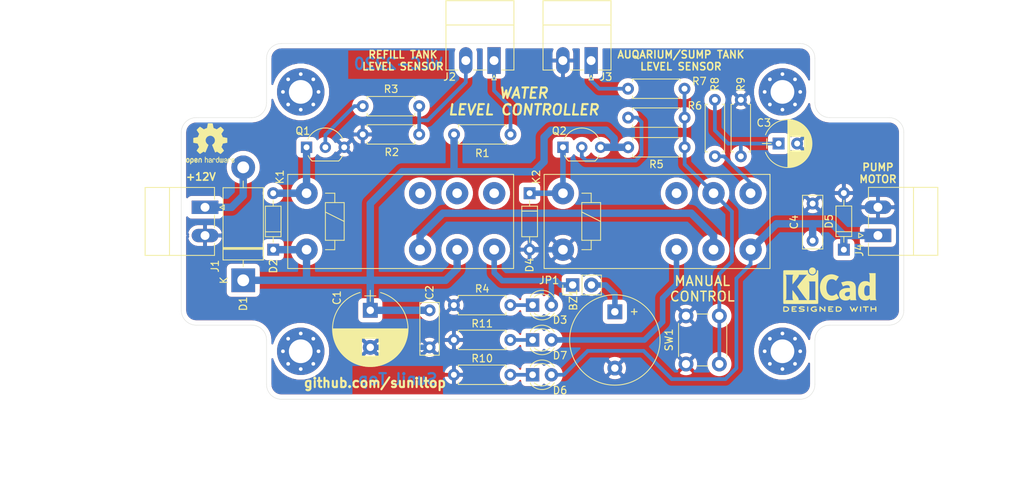
<source format=kicad_pcb>
(kicad_pcb (version 20171130) (host pcbnew "(5.1.5)-3")
  (layers (0 F.Cu signal hide) (31 B.Cu signal) (34 B.Paste user) (35 F.Paste user) (36 B.SilkS user) (37 F.SilkS user) (38 B.Mask user) (39 F.Mask user) (44 Edge.Cuts user))
  (net 0 "")
  (net 1 "Net-(BZ1-Pad1)")
  (net 2 GND)
  (net 3 +12V)
  (net 4 "Net-(C3-Pad1)")
  (net 5 "Net-(D1-Pad2)")
  (net 6 "Net-(D2-Pad2)")
  (net 7 "Net-(D3-Pad1)")
  (net 8 "Net-(D4-Pad1)")
  (net 9 "Net-(D6-Pad1)")
  (net 10 "Net-(D7-Pad1)")
  (net 11 "Net-(D7-Pad2)")
  (net 12 "Net-(J2-Pad2)")
  (net 13 "Net-(J2-Pad1)")
  (net 14 "Net-(J3-Pad1)")
  (net 15 CONTROL)
  (net 16 "Net-(Q1-Pad2)")
  (net 17 "Net-(Q2-Pad2)")
  (net 18 "Net-(K1-Pad22)")
  (net 19 "Net-(K2-Pad14)")
  (net 20 "Net-(K1-Pad14)")
  (net 21 "Net-(K1-Pad12)")
  (net 22 "Net-(K1-Pad11)")
  (net 23 "Net-(K2-Pad12)")
  (net 24 "Net-(C4-Pad1)")
  (net 25 "Net-(D3-Pad2)")
  (module Mounting_Holes:MountingHole_3.2mm_M3_Pad_Via (layer F.Cu) (at 182.615 117.53)
    (fp_text reference "" (at 0 -4.2) (layer F.SilkS))
    (fp_text value MountingHole_3.2mm_M3_Pad_Via)
    (pad 1 thru_hole circle (at 1.697056 -1.697056) (size 0.8 0.8) (drill 0.5) (layers *.Cu *.Mask))
    (pad 1 thru_hole circle (at 0 -2.4) (size 0.8 0.8) (drill 0.5) (layers *.Cu *.Mask))
    (pad 1 thru_hole circle (at -1.697056 -1.697056) (size 0.8 0.8) (drill 0.5) (layers *.Cu *.Mask))
    (pad 1 thru_hole circle (at -2.4 0) (size 0.8 0.8) (drill 0.5) (layers *.Cu *.Mask))
    (pad 1 thru_hole circle (at -1.697056 1.697056) (size 0.8 0.8) (drill 0.5) (layers *.Cu *.Mask))
    (pad 1 thru_hole circle (at 0 2.4) (size 0.8 0.8) (drill 0.5) (layers *.Cu *.Mask))
    (pad 1 thru_hole circle (at 1.697056 1.697056) (size 0.8 0.8) (drill 0.5) (layers *.Cu *.Mask))
    (pad 1 thru_hole circle (at 2.4 0) (size 0.8 0.8) (drill 0.5) (layers *.Cu *.Mask))
    (pad 1 thru_hole circle (at 0 0) (size 6.4 6.4) (drill 3.2) (layers *.Cu *.Mask))
  )
  (module Mounting_Holes:MountingHole_3.2mm_M3_Pad_Via (layer F.Cu) (at 117.615 82.53)
    (fp_text reference "" (at 0 -4.2) (layer F.SilkS))
    (fp_text value MountingHole_3.2mm_M3_Pad_Via)
    (pad 1 thru_hole circle (at 0 0) (size 6.4 6.4) (drill 3.2) (layers *.Cu *.Mask))
    (pad 1 thru_hole circle (at 2.4 0) (size 0.8 0.8) (drill 0.5) (layers *.Cu *.Mask))
    (pad 1 thru_hole circle (at 1.697056 1.697056) (size 0.8 0.8) (drill 0.5) (layers *.Cu *.Mask))
    (pad 1 thru_hole circle (at 0 2.4) (size 0.8 0.8) (drill 0.5) (layers *.Cu *.Mask))
    (pad 1 thru_hole circle (at -1.697056 1.697056) (size 0.8 0.8) (drill 0.5) (layers *.Cu *.Mask))
    (pad 1 thru_hole circle (at -2.4 0) (size 0.8 0.8) (drill 0.5) (layers *.Cu *.Mask))
    (pad 1 thru_hole circle (at -1.697056 -1.697056) (size 0.8 0.8) (drill 0.5) (layers *.Cu *.Mask))
    (pad 1 thru_hole circle (at 0 -2.4) (size 0.8 0.8) (drill 0.5) (layers *.Cu *.Mask))
    (pad 1 thru_hole circle (at 1.697056 -1.697056) (size 0.8 0.8) (drill 0.5) (layers *.Cu *.Mask))
  )
  (module Mounting_Holes:MountingHole_3.2mm_M3_Pad_Via (layer F.Cu) (at 117.615 117.53)
    (fp_text reference "" (at 0 -4.2) (layer F.SilkS))
    (fp_text value MountingHole_3.2mm_M3_Pad_Via)
    (pad 1 thru_hole circle (at 0 0) (size 6.4 6.4) (drill 3.2) (layers *.Cu *.Mask))
    (pad 1 thru_hole circle (at 2.4 0) (size 0.8 0.8) (drill 0.5) (layers *.Cu *.Mask))
    (pad 1 thru_hole circle (at 1.697056 1.697056) (size 0.8 0.8) (drill 0.5) (layers *.Cu *.Mask))
    (pad 1 thru_hole circle (at 0 2.4) (size 0.8 0.8) (drill 0.5) (layers *.Cu *.Mask))
    (pad 1 thru_hole circle (at -1.697056 1.697056) (size 0.8 0.8) (drill 0.5) (layers *.Cu *.Mask))
    (pad 1 thru_hole circle (at -2.4 0) (size 0.8 0.8) (drill 0.5) (layers *.Cu *.Mask))
    (pad 1 thru_hole circle (at -1.697056 -1.697056) (size 0.8 0.8) (drill 0.5) (layers *.Cu *.Mask))
    (pad 1 thru_hole circle (at 0 -2.4) (size 0.8 0.8) (drill 0.5) (layers *.Cu *.Mask))
    (pad 1 thru_hole circle (at 1.697056 -1.697056) (size 0.8 0.8) (drill 0.5) (layers *.Cu *.Mask))
  )
  (module Mounting_Holes:MountingHole_3.2mm_M3_Pad_Via (layer F.Cu) (at 182.615 82.53)
    (fp_text reference "" (at 0 -4.2) (layer F.SilkS))
    (fp_text value MountingHole_3.2mm_M3_Pad_Via)
    (pad 1 thru_hole circle (at 1.697056 -1.697056) (size 0.8 0.8) (drill 0.5) (layers *.Cu *.Mask))
    (pad 1 thru_hole circle (at 0 -2.4) (size 0.8 0.8) (drill 0.5) (layers *.Cu *.Mask))
    (pad 1 thru_hole circle (at -1.697056 -1.697056) (size 0.8 0.8) (drill 0.5) (layers *.Cu *.Mask))
    (pad 1 thru_hole circle (at -2.4 0) (size 0.8 0.8) (drill 0.5) (layers *.Cu *.Mask))
    (pad 1 thru_hole circle (at -1.697056 1.697056) (size 0.8 0.8) (drill 0.5) (layers *.Cu *.Mask))
    (pad 1 thru_hole circle (at 0 2.4) (size 0.8 0.8) (drill 0.5) (layers *.Cu *.Mask))
    (pad 1 thru_hole circle (at 1.697056 1.697056) (size 0.8 0.8) (drill 0.5) (layers *.Cu *.Mask))
    (pad 1 thru_hole circle (at 2.4 0) (size 0.8 0.8) (drill 0.5) (layers *.Cu *.Mask))
    (pad 1 thru_hole circle (at 0 0) (size 6.4 6.4) (drill 3.2) (layers *.Cu *.Mask))
  )
  (module Symbols:OSHW-Logo2_7.3x6mm_SilkScreen (layer F.Cu) (at 105.41 89.535)
    (fp_text reference REF*** hide)
    (fp_text value OSHW-Logo2_7.3x6mm_SilkScreen hide)
  )
  (module Resistors_THT:R_Axial_DIN0207_L6.3mm_D2.5mm_P7.62mm_Horizontal (layer F.Cu) (at 169.4 82.1 180)
    (fp_text reference R7 (at -2 1) (layer F.SilkS))
    (fp_text value 0R)
    (pad 2 thru_hole oval (at 7.62 0 180) (size 1.6 1.6) (drill 0.8) (layers *.Cu *.Mask) (net 14 "Net-(J3-Pad1)"))
    (pad 1 thru_hole circle (at 0 0 180) (size 1.6 1.6) (drill 0.8) (layers *.Cu *.Mask) (net 15 CONTROL))
  )
  (module Relays_THT:Relay_DPDT_Finder_40.52 (layer F.Cu) (at 153 96.2)
    (fp_text reference K2 (at -3.6 -2.2 90) (layer F.SilkS))
    (fp_text value FINDER-40.52.9.012)
    (pad 14 thru_hole circle (at 25.32 0) (size 3 3) (drill 1.3) (layers *.Cu *.Mask) (net 19 "Net-(K2-Pad14)"))
    (pad 21 thru_hole circle (at 20.32 7.62) (size 3 3) (drill 1.3) (layers *.Cu *.Mask) (net 18 "Net-(K1-Pad22)"))
    (pad 12 thru_hole circle (at 15.32 0) (size 3 3) (drill 1.3) (layers *.Cu *.Mask) (net 23 "Net-(K2-Pad12)"))
    (pad 22 thru_hole circle (at 15.32 7.62) (size 3 3) (drill 1.3) (layers *.Cu *.Mask) (net 11 "Net-(D7-Pad2)"))
    (pad 24 thru_hole circle (at 25.32 7.62) (size 3 3) (drill 1.3) (layers *.Cu *.Mask) (net 24 "Net-(C4-Pad1)"))
    (pad 11 thru_hole circle (at 20.32 0) (size 3 3) (drill 1.3) (layers *.Cu *.Mask) (net 15 CONTROL))
    (pad A2 thru_hole circle (at 0 7.62) (size 3 3) (drill 1.3) (layers *.Cu *.Mask) (net 2 GND))
    (pad A1 thru_hole circle (at 0 0) (size 3 3) (drill 1.3) (layers *.Cu *.Mask) (net 8 "Net-(D4-Pad1)"))
  )
  (module Symbols:KiCad-Logo2_6mm_SilkScreen (layer F.Cu) (at 189 109.2)
    (fp_text reference REF*** hide)
    (fp_text value KiCad-Logo2_6mm_SilkScreen hide)
  )
  (module Connectors_Phoenix:PhoenixContact_MC-G_02x3.81mm_Angled (layer F.Cu) (at 195.5 101.9 90)
    (fp_text reference J4 (at -2 -2.5 90) (layer F.SilkS))
    (fp_text value Screw_Terminal_01x02)
    (pad 1 thru_hole rect (at 0 0 90) (size 1.8 3.6) (drill 1.2) (layers *.Cu *.Mask) (net 24 "Net-(C4-Pad1)"))
    (pad 2 thru_hole oval (at 3.81 0 90) (size 1.8 3.6) (drill 1.2) (layers *.Cu *.Mask) (net 2 GND))
  )
  (module Connectors_Phoenix:PhoenixContact_MC-G_02x3.81mm_Angled (layer F.Cu) (at 156.8 78.3 180)
    (fp_text reference J3 (at -2 -2.2) (layer F.SilkS))
    (fp_text value Screw_Terminal_01x02)
    (pad 1 thru_hole rect (at 0 0 180) (size 1.8 3.6) (drill 1.2) (layers *.Cu *.Mask) (net 14 "Net-(J3-Pad1)"))
    (pad 2 thru_hole oval (at 3.81 0 180) (size 1.8 3.6) (drill 1.2) (layers *.Cu *.Mask) (net 2 GND))
  )
  (module Connectors_Phoenix:PhoenixContact_MC-G_02x3.81mm_Angled (layer F.Cu) (at 143.7 78.3 180)
    (fp_text reference J2 (at 6 -2.2) (layer F.SilkS))
    (fp_text value Screw_Terminal_01x02)
    (pad 1 thru_hole rect (at 0 0 180) (size 1.8 3.6) (drill 1.2) (layers *.Cu *.Mask) (net 13 "Net-(J2-Pad1)"))
    (pad 2 thru_hole oval (at 3.81 0 180) (size 1.8 3.6) (drill 1.2) (layers *.Cu *.Mask) (net 12 "Net-(J2-Pad2)"))
  )
  (module Connectors_Phoenix:PhoenixContact_MC-G_02x3.81mm_Angled (layer F.Cu) (at 104.7 98.1 270)
    (fp_text reference J1 (at 7.945 -1.345 90) (layer F.SilkS))
    (fp_text value Screw_Terminal_01x02)
    (pad 1 thru_hole rect (at 0 0 270) (size 1.8 3.6) (drill 1.2) (layers *.Cu *.Mask) (net 5 "Net-(D1-Pad2)"))
    (pad 2 thru_hole oval (at 3.81 0 270) (size 1.8 3.6) (drill 1.2) (layers *.Cu *.Mask) (net 2 GND))
  )
  (module Capacitors_THT:CP_Radial_D10.0mm_P5.00mm (layer F.Cu) (at 127 112 270)
    (fp_text reference C1 (at -1.7 4.5 90) (layer F.SilkS))
    (fp_text value 1000µF)
    (pad 2 thru_hole circle (at 5 0 270) (size 2 2) (drill 1) (layers *.Cu *.Mask) (net 2 GND))
    (pad 1 thru_hole rect (at 0 0 270) (size 2 2) (drill 1) (layers *.Cu *.Mask) (net 3 +12V))
  )
  (module Capacitors_THT:C_Rect_L7.0mm_W2.5mm_P5.00mm (layer F.Cu) (at 135 112 270)
    (fp_text reference C2 (at -2.4 0 90) (layer F.SilkS))
    (fp_text value 100nF)
    (pad 2 thru_hole circle (at 5 0 270) (size 1.6 1.6) (drill 0.8) (layers *.Cu *.Mask) (net 2 GND))
    (pad 1 thru_hole circle (at 0 0 270) (size 1.6 1.6) (drill 0.8) (layers *.Cu *.Mask) (net 3 +12V))
  )
  (module Capacitors_THT:CP_Radial_D6.3mm_P2.50mm (layer F.Cu) (at 182.1 89.5)
    (fp_text reference C3 (at -2 -2.8) (layer F.SilkS))
    (fp_text value 47µF)
    (pad 2 thru_hole circle (at 2.5 0) (size 1.6 1.6) (drill 0.8) (layers *.Cu *.Mask) (net 2 GND))
    (pad 1 thru_hole rect (at 0 0) (size 1.6 1.6) (drill 0.8) (layers *.Cu *.Mask) (net 4 "Net-(C3-Pad1)"))
  )
  (module Diodes_THT:D_DO-35_SOD27_P7.62mm_Horizontal (layer F.Cu) (at 113.9 103.82 90)
    (fp_text reference D2 (at -2.225 0.019 90) (layer F.SilkS))
    (fp_text value 1N4007)
    (pad 2 thru_hole oval (at 7.62 0 90) (size 1.6 1.6) (drill 0.8) (layers *.Cu *.Mask) (net 6 "Net-(D2-Pad2)"))
    (pad 1 thru_hole rect (at 0 0 90) (size 1.6 1.6) (drill 0.8) (layers *.Cu *.Mask) (net 3 +12V))
  )
  (module LEDs:LED_D3.0mm_FlatTop (layer F.Cu) (at 148.9 111.3)
    (fp_text reference D3 (at 3.7 2) (layer F.SilkS))
    (fp_text value LED)
    (pad 2 thru_hole circle (at 2.54 0) (size 1.8 1.8) (drill 0.9) (layers *.Cu *.Mask) (net 25 "Net-(D3-Pad2)"))
    (pad 1 thru_hole rect (at 0 0) (size 1.8 1.8) (drill 0.9) (layers *.Cu *.Mask) (net 7 "Net-(D3-Pad1)"))
  )
  (module Diodes_THT:D_DO-35_SOD27_P7.62mm_Horizontal (layer F.Cu) (at 148.5 96.2 270)
    (fp_text reference D4 (at 9.7 0 90) (layer F.SilkS))
    (fp_text value 1N4007)
    (pad 1 thru_hole rect (at 0 0 270) (size 1.6 1.6) (drill 0.8) (layers *.Cu *.Mask) (net 8 "Net-(D4-Pad1)"))
    (pad 2 thru_hole oval (at 7.62 0 270) (size 1.6 1.6) (drill 0.8) (layers *.Cu *.Mask) (net 2 GND))
  )
  (module Diodes_THT:D_DO-35_SOD27_P7.62mm_Horizontal (layer F.Cu) (at 190.9 103.8 90)
    (fp_text reference D5 (at 3.8 -2 90) (layer F.SilkS))
    (fp_text value 1N4007)
    (pad 1 thru_hole rect (at -0.02 0 90) (size 1.6 1.6) (drill 0.8) (layers *.Cu *.Mask) (net 24 "Net-(C4-Pad1)"))
    (pad 2 thru_hole oval (at 7.62 0 90) (size 1.6 1.6) (drill 0.8) (layers *.Cu *.Mask) (net 2 GND))
  )
  (module LEDs:LED_D3.0mm_FlatTop (layer F.Cu) (at 148.9 120.7)
    (fp_text reference D6 (at 3.7 2.1) (layer F.SilkS))
    (fp_text value LED)
    (pad 2 thru_hole circle (at 2.54 0) (size 1.8 1.8) (drill 0.9) (layers *.Cu *.Mask) (net 24 "Net-(C4-Pad1)"))
    (pad 1 thru_hole rect (at 0 0) (size 1.8 1.8) (drill 0.9) (layers *.Cu *.Mask) (net 9 "Net-(D6-Pad1)"))
  )
  (module LEDs:LED_D3.0mm_FlatTop (layer F.Cu) (at 148.9 116)
    (fp_text reference D7 (at 3.7 2.1) (layer F.SilkS))
    (fp_text value LED)
    (pad 1 thru_hole rect (at 0 0) (size 1.8 1.8) (drill 0.9) (layers *.Cu *.Mask) (net 10 "Net-(D7-Pad1)"))
    (pad 2 thru_hole circle (at 2.54 0) (size 1.8 1.8) (drill 0.9) (layers *.Cu *.Mask) (net 11 "Net-(D7-Pad2)"))
  )
  (module TO_SOT_Packages_THT:TO-92_Inline_Wide (layer F.Cu) (at 118.4 90)
    (fp_text reference Q1 (at -0.5 -2.2 180) (layer F.SilkS))
    (fp_text value BC547)
    (pad 1 thru_hole rect (at 0 0 90) (size 1.52 1.52) (drill 0.8) (layers *.Cu *.Mask) (net 6 "Net-(D2-Pad2)"))
    (pad 3 thru_hole circle (at 5.08 0 90) (size 1.52 1.52) (drill 0.8) (layers *.Cu *.Mask) (net 2 GND))
    (pad 2 thru_hole circle (at 2.54 0 90) (size 1.52 1.52) (drill 0.8) (layers *.Cu *.Mask) (net 16 "Net-(Q1-Pad2)"))
  )
  (module TO_SOT_Packages_THT:TO-92_Inline_Wide (layer F.Cu) (at 153 90)
    (fp_text reference Q2 (at -0.5 -2.2 180) (layer F.SilkS))
    (fp_text value BC557)
    (pad 2 thru_hole circle (at 2.54 0 90) (size 1.52 1.52) (drill 0.8) (layers *.Cu *.Mask) (net 17 "Net-(Q2-Pad2)"))
    (pad 3 thru_hole circle (at 5.08 0 90) (size 1.52 1.52) (drill 0.8) (layers *.Cu *.Mask) (net 3 +12V))
    (pad 1 thru_hole rect (at 0 0 90) (size 1.52 1.52) (drill 0.8) (layers *.Cu *.Mask) (net 8 "Net-(D4-Pad1)"))
  )
  (module Buttons_Switches_THT:SW_PUSH_6mm (layer F.Cu) (at 169.6 119.25 90)
    (fp_text reference SW1 (at 3.25 -2.3 90) (layer F.SilkS))
    (fp_text value SW_Push)
    (pad 1 thru_hole circle (at 6.5 0 180) (size 2 2) (drill 1.1) (layers *.Cu *.Mask) (net 2 GND))
    (pad 2 thru_hole circle (at 6.5 4.5 180) (size 2 2) (drill 1.1) (layers *.Cu *.Mask) (net 15 CONTROL))
    (pad 1 thru_hole circle (at 0 0 180) (size 2 2) (drill 1.1) (layers *.Cu *.Mask) (net 2 GND))
    (pad 2 thru_hole circle (at 0 4.5 180) (size 2 2) (drill 1.1) (layers *.Cu *.Mask) (net 15 CONTROL))
  )
  (module Resistors_THT:R_Axial_DIN0207_L6.3mm_D2.5mm_P7.62mm_Horizontal (layer F.Cu) (at 138.303 88.265)
    (fp_text reference R1 (at 3.82 2.54) (layer F.SilkS))
    (fp_text value 10K)
    (pad 1 thru_hole circle (at 0 0) (size 1.6 1.6) (drill 0.8) (layers *.Cu *.Mask) (net 3 +12V))
    (pad 2 thru_hole oval (at 7.62 0) (size 1.6 1.6) (drill 0.8) (layers *.Cu *.Mask) (net 13 "Net-(J2-Pad1)"))
  )
  (module Resistors_THT:R_Axial_DIN0207_L6.3mm_D2.5mm_P7.62mm_Horizontal (layer F.Cu) (at 133.6 88.265 180)
    (fp_text reference R2 (at 3.7 -2.4) (layer F.SilkS))
    (fp_text value 100K)
    (pad 2 thru_hole oval (at 7.62 0 180) (size 1.6 1.6) (drill 0.8) (layers *.Cu *.Mask) (net 2 GND))
    (pad 1 thru_hole circle (at 0 0 180) (size 1.6 1.6) (drill 0.8) (layers *.Cu *.Mask) (net 12 "Net-(J2-Pad2)"))
  )
  (module Resistors_THT:R_Axial_DIN0207_L6.3mm_D2.5mm_P7.62mm_Horizontal (layer F.Cu) (at 125.98 84.455)
    (fp_text reference R3 (at 3.82 -2.3) (layer F.SilkS))
    (fp_text value 0R)
    (pad 1 thru_hole circle (at 0 0) (size 1.6 1.6) (drill 0.8) (layers *.Cu *.Mask) (net 16 "Net-(Q1-Pad2)"))
    (pad 2 thru_hole oval (at 7.62 0) (size 1.6 1.6) (drill 0.8) (layers *.Cu *.Mask) (net 12 "Net-(J2-Pad2)"))
  )
  (module Resistors_THT:R_Axial_DIN0207_L6.3mm_D2.5mm_P7.62mm_Horizontal (layer F.Cu) (at 138.28 111.3)
    (fp_text reference R4 (at 3.82 -2.2) (layer F.SilkS))
    (fp_text value 3K3)
    (pad 2 thru_hole oval (at 7.62 0) (size 1.6 1.6) (drill 0.8) (layers *.Cu *.Mask) (net 7 "Net-(D3-Pad1)"))
    (pad 1 thru_hole circle (at 0 0) (size 1.6 1.6) (drill 0.8) (layers *.Cu *.Mask) (net 2 GND))
  )
  (module Resistors_THT:R_Axial_DIN0207_L6.3mm_D2.5mm_P7.62mm_Horizontal (layer F.Cu) (at 161.8 90)
    (fp_text reference R5 (at 3.81 2.3) (layer F.SilkS))
    (fp_text value 100K)
    (pad 1 thru_hole circle (at 0 0) (size 1.6 1.6) (drill 0.8) (layers *.Cu *.Mask) (net 3 +12V))
    (pad 2 thru_hole oval (at 7.62 0) (size 1.6 1.6) (drill 0.8) (layers *.Cu *.Mask) (net 15 CONTROL))
  )
  (module Resistors_THT:R_Axial_DIN0207_L6.3mm_D2.5mm_P7.62mm_Horizontal (layer F.Cu) (at 161.8 86)
    (fp_text reference R6 (at 9 -1.6) (layer F.SilkS))
    (fp_text value 10K)
    (pad 2 thru_hole oval (at 7.62 0) (size 1.6 1.6) (drill 0.8) (layers *.Cu *.Mask) (net 15 CONTROL))
    (pad 1 thru_hole circle (at 0 0) (size 1.6 1.6) (drill 0.8) (layers *.Cu *.Mask) (net 17 "Net-(Q2-Pad2)"))
  )
  (module Resistors_THT:R_Axial_DIN0207_L6.3mm_D2.5mm_P7.62mm_Horizontal (layer F.Cu) (at 173.5 83.6 270)
    (fp_text reference R8 (at -2.1 0 90) (layer F.SilkS))
    (fp_text value 1K)
    (pad 1 thru_hole circle (at 0 0 270) (size 1.6 1.6) (drill 0.8) (layers *.Cu *.Mask) (net 4 "Net-(C3-Pad1)"))
    (pad 2 thru_hole oval (at 7.62 0 270) (size 1.6 1.6) (drill 0.8) (layers *.Cu *.Mask) (net 19 "Net-(K2-Pad14)"))
  )
  (module Resistors_THT:R_Axial_DIN0207_L6.3mm_D2.5mm_P7.62mm_Horizontal (layer F.Cu) (at 177 83.6 270)
    (fp_text reference R9 (at -2.1 0 90) (layer F.SilkS))
    (fp_text value 100K)
    (pad 2 thru_hole oval (at 7.62 0 270) (size 1.6 1.6) (drill 0.8) (layers *.Cu *.Mask) (net 4 "Net-(C3-Pad1)"))
    (pad 1 thru_hole circle (at 0 0 270) (size 1.6 1.6) (drill 0.8) (layers *.Cu *.Mask) (net 2 GND))
  )
  (module Resistors_THT:R_Axial_DIN0207_L6.3mm_D2.5mm_P7.62mm_Horizontal (layer F.Cu) (at 145.9 120.7 180)
    (fp_text reference R10 (at 3.8 2.2) (layer F.SilkS))
    (fp_text value 3K3)
    (pad 2 thru_hole oval (at 7.62 0 180) (size 1.6 1.6) (drill 0.8) (layers *.Cu *.Mask) (net 2 GND))
    (pad 1 thru_hole circle (at 0 0 180) (size 1.6 1.6) (drill 0.8) (layers *.Cu *.Mask) (net 9 "Net-(D6-Pad1)"))
  )
  (module Resistors_THT:R_Axial_DIN0207_L6.3mm_D2.5mm_P7.62mm_Horizontal (layer F.Cu) (at 145.9 116 180)
    (fp_text reference R11 (at 3.8 2.2) (layer F.SilkS))
    (fp_text value 3K3)
    (pad 1 thru_hole circle (at 0 0 180) (size 1.6 1.6) (drill 0.8) (layers *.Cu *.Mask) (net 10 "Net-(D7-Pad1)"))
    (pad 2 thru_hole oval (at 7.62 0 180) (size 1.6 1.6) (drill 0.8) (layers *.Cu *.Mask) (net 2 GND))
  )
  (module Buzzers_Beepers:Buzzer_12x9.5RM7.6 (layer F.Cu) (at 160 112.2 270)
    (fp_text reference BZ1 (at -1.6 5.6 90) (layer F.SilkS))
    (fp_text value Buzzer)
    (fp_text user + (at -0.01 -2.54 90) (layer F.SilkS))
    (pad 2 thru_hole circle (at 7.6 0 270) (size 2 2) (drill 1) (layers *.Cu *.Mask) (net 2 GND))
    (pad 1 thru_hole rect (at 0 0 270) (size 2 2) (drill 1) (layers *.Cu *.Mask) (net 1 "Net-(BZ1-Pad1)"))
  )
  (module Relays_THT:Relay_DPDT_Finder_40.52 (layer F.Cu) (at 118.4 96.2)
    (fp_text reference K1 (at -3.6 -2.2 90) (layer F.SilkS))
    (fp_text value FINDER-40.52.9.012)
    (pad 14 thru_hole circle (at 25.32 0) (size 3 3) (drill 1.3) (layers *.Cu *.Mask) (net 20 "Net-(K1-Pad14)"))
    (pad 21 thru_hole circle (at 20.32 7.62) (size 3 3) (drill 1.3) (layers *.Cu *.Mask) (net 3 +12V))
    (pad 12 thru_hole circle (at 15.32 0) (size 3 3) (drill 1.3) (layers *.Cu *.Mask) (net 21 "Net-(K1-Pad12)"))
    (pad 22 thru_hole circle (at 15.32 7.62) (size 3 3) (drill 1.3) (layers *.Cu *.Mask) (net 18 "Net-(K1-Pad22)"))
    (pad 24 thru_hole circle (at 25.32 7.62) (size 3 3) (drill 1.3) (layers *.Cu *.Mask) (net 25 "Net-(D3-Pad2)"))
    (pad 11 thru_hole circle (at 20.32 0) (size 3 3) (drill 1.3) (layers *.Cu *.Mask) (net 22 "Net-(K1-Pad11)"))
    (pad A2 thru_hole circle (at 0 7.62) (size 3 3) (drill 1.3) (layers *.Cu *.Mask) (net 3 +12V))
    (pad A1 thru_hole circle (at 0 0) (size 3 3) (drill 1.3) (layers *.Cu *.Mask) (net 6 "Net-(D2-Pad2)"))
  )
  (module Capacitor_THT:C_Rect_L7.0mm_W2.5mm_P5.00mm (layer F.Cu) (at 186.69 102.6 90)
    (fp_text reference C4 (at 2.5 -2.5 90) (layer F.SilkS))
    (fp_text value 10nF)
    (pad 1 thru_hole circle (at 0 0 90) (size 1.6 1.6) (drill 0.8) (layers *.Cu *.Mask) (net 24 "Net-(C4-Pad1)"))
    (pad 2 thru_hole circle (at 5 0 90) (size 1.6 1.6) (drill 0.8) (layers *.Cu *.Mask) (net 2 GND))
  )
  (module Diode_THT:D_DO-201AD_P15.24mm_Horizontal (layer F.Cu) (at 109.855 107.95 90)
    (fp_text reference D1 (at -3.175 0 90) (layer F.SilkS))
    (fp_text value 1N5822)
    (fp_text user K (at 0 -2.6 90) (layer F.SilkS))
    (pad 1 thru_hole rect (at 0 0 90) (size 3.2 3.2) (drill 1.6) (layers *.Cu *.Mask) (net 3 +12V))
    (pad 2 thru_hole oval (at 15.24 0 90) (size 3.2 3.2) (drill 1.6) (layers *.Cu *.Mask) (net 5 "Net-(D1-Pad2)"))
  )
  (module Connector_PinHeader_2.54mm:PinHeader_1x02_P2.54mm_Vertical (layer F.Cu) (at 154.305 108.585 90)
    (fp_text reference JP1 (at 0.635 -3.175 180) (layer F.SilkS))
    (fp_text value Jumper_2_Open)
    (pad 1 thru_hole rect (at 0 0 90) (size 1.8 1.8) (drill 1) (layers *.Cu *.Mask) (net 25 "Net-(D3-Pad2)"))
    (pad 2 thru_hole oval (at 0 2.54 90) (size 2 2) (drill 1) (layers *.Cu *.Mask) (net 1 "Net-(BZ1-Pad1)"))
  )
  (gr_text WLC-2220 (at 130.81 78.74) (layer B.Cu) (effects (font (size 1.5 1.5) (thickness 0.3)) (justify mirror)))
  (gr_text github.com/suniltop (at 127.635 121.793) (layer F.SilkS) (effects (font (size 1.25 1.25) (thickness 0.28))))
  (gr_text "WATER\nLEVEL CONTROLLER" (at 147.701 83.82) (layer F.SilkS) (effects (font (size 1.4 1.4) (thickness 0.28) italic)))
  (gr_arc (start 115 78) (end 115 76) (angle -90) (layer Edge.Cuts) (width 0.05))
  (gr_arc (start 111 84) (end 111 86) (angle -90) (layer Edge.Cuts) (width 0.05))
  (gr_arc (start 103.5 88) (end 103.5 86) (angle -90) (layer Edge.Cuts) (width 0.05))
  (gr_arc (start 103.5 112) (end 101.5 112) (angle -90) (layer Edge.Cuts) (width 0.05))
  (gr_arc (start 111 116) (end 113 116) (angle -90) (layer Edge.Cuts) (width 0.05))
  (gr_arc (start 115 122) (end 113 122) (angle -90) (layer Edge.Cuts) (width 0.05))
  (gr_arc (start 185 122) (end 185 124) (angle -90) (layer Edge.Cuts) (width 0.05))
  (gr_arc (start 189 116) (end 189 114) (angle -90) (layer Edge.Cuts) (width 0.05))
  (gr_arc (start 197 112) (end 197 114) (angle -90) (layer Edge.Cuts) (width 0.05))
  (gr_arc (start 197 88) (end 199 88) (angle -90) (layer Edge.Cuts) (width 0.05))
  (gr_arc (start 189 84) (end 187 84) (angle -90) (layer Edge.Cuts) (width 0.05))
  (gr_arc (start 185 78) (end 187 78) (angle -90) (layer Edge.Cuts) (width 0.05))
  (gr_text "Sunil Top" (at 130.7 121.3) (layer B.Cu) (effects (font (size 1.5 1.5) (thickness 0.3)) (justify mirror)))
  (gr_text "MANUAL\nCONTROL" (at 171.8 109.093) (layer F.SilkS) (effects (font (size 1.3 1.3) (thickness 0.2))))
  (gr_text "PUMP\nMOTOR" (at 195.5 93.5) (layer F.SilkS) (effects (font (size 1 1) (thickness 0.2))))
  (gr_text +12V (at 104.14 93.98) (layer F.SilkS) (effects (font (size 1 1) (thickness 0.2))))
  (gr_text "AUQARIUM/SUMP TANK\nLEVEL SENSOR" (at 168.91 78.3) (layer F.SilkS) (effects (font (size 1 1) (thickness 0.2))))
  (gr_text "REFILL TANK\nLEVEL SENSOR" (at 131.4 78.3) (layer F.SilkS) (effects (font (size 1 1) (thickness 0.2))))
  (gr_line (start 111 86) (end 103.5 86) (layer Edge.Cuts) (width 0.05))
  (gr_line (start 113 78) (end 113 84) (layer Edge.Cuts) (width 0.05))
  (gr_line (start 185 76) (end 115 76) (layer Edge.Cuts) (width 0.05))
  (gr_line (start 187 84) (end 187 78) (layer Edge.Cuts) (width 0.05))
  (gr_line (start 197 86) (end 189 86) (layer Edge.Cuts) (width 0.05))
  (gr_line (start 199 112) (end 199 88) (layer Edge.Cuts) (width 0.05))
  (gr_line (start 189 114) (end 197 114) (layer Edge.Cuts) (width 0.05))
  (gr_line (start 187 122) (end 187 116) (layer Edge.Cuts) (width 0.05))
  (gr_line (start 115 124) (end 185 124) (layer Edge.Cuts) (width 0.05))
  (gr_line (start 113 116) (end 113 122) (layer Edge.Cuts) (width 0.05))
  (gr_line (start 103.5 114) (end 111 114) (layer Edge.Cuts) (width 0.05))
  (gr_line (start 101.5 88) (end 101.5 112) (layer Edge.Cuts) (width 0.05))
  (segment (start 158.75 108.585) (end 160.02 109.855) (width 0.75) (layer B.Cu) (net 1))
  (segment (start 156.845 108.585) (end 158.75 108.585) (width 0.75) (layer B.Cu) (net 1))
  (segment (start 160.02 109.855) (end 160 112.2) (width 0.75) (layer B.Cu) (net 1))
  (segment (start 152.98 104.4) (end 153 104.42) (width 0.75) (layer B.Cu) (net 2))
  (segment (start 148.5 103.82) (end 153 103.82) (width 0.75) (layer B.Cu) (net 2))
  (segment (start 127 117) (end 135 117) (width 0.75) (layer B.Cu) (net 2))
  (segment (start 127 112) (end 135 112) (width 1) (layer B.Cu) (net 3))
  (segment (start 127 108) (end 127 112) (width 1) (layer B.Cu) (net 3))
  (segment (start 158.08 90) (end 159.8 90) (width 1) (layer B.Cu) (net 3))
  (segment (start 159.8 90) (end 161.8 90) (width 1) (layer B.Cu) (net 3))
  (segment (start 113.9 103.82) (end 118.4 103.82) (width 1) (layer B.Cu) (net 3))
  (segment (start 148.2 93.3) (end 145.8 93.3) (width 1) (layer B.Cu) (net 3))
  (segment (start 127 97.6) (end 131.3 93.3) (width 1) (layer B.Cu) (net 3))
  (segment (start 150.45 91.95) (end 149.1 93.3) (width 1) (layer B.Cu) (net 3))
  (segment (start 159.9 88.8) (end 158.8 87.7) (width 1) (layer B.Cu) (net 3))
  (segment (start 158.8 87.7) (end 151.4 87.7) (width 1) (layer B.Cu) (net 3))
  (segment (start 151.4 87.7) (end 150.45 88.65) (width 1) (layer B.Cu) (net 3))
  (segment (start 149.1 93.3) (end 148.2 93.3) (width 1) (layer B.Cu) (net 3))
  (segment (start 159.9 90) (end 159.9 88.8) (width 1) (layer B.Cu) (net 3))
  (segment (start 150.45 88.65) (end 150.45 91.95) (width 1) (layer B.Cu) (net 3))
  (segment (start 119.25 107.95) (end 127 107.95) (width 1) (layer B.Cu) (net 3))
  (segment (start 127 108.5) (end 127 107.95) (width 1) (layer B.Cu) (net 3))
  (segment (start 127 107.95) (end 127 97.6) (width 1) (layer B.Cu) (net 3))
  (segment (start 109.855 107.95) (end 119.25 107.95) (width 1) (layer B.Cu) (net 3))
  (segment (start 118.4 107.95) (end 119.25 107.95) (width 1) (layer B.Cu) (net 3))
  (segment (start 118.4 103.82) (end 118.4 107.95) (width 1) (layer B.Cu) (net 3))
  (segment (start 138.72 106.39) (end 138.72 103.82) (width 1) (layer B.Cu) (net 3))
  (segment (start 127 107.95) (end 137.16 107.95) (width 1) (layer B.Cu) (net 3))
  (segment (start 137.16 107.95) (end 138.72 106.39) (width 1) (layer B.Cu) (net 3))
  (segment (start 138.303 93.255) (end 138.303 88.265) (width 1) (layer B.Cu) (net 3))
  (segment (start 138.258 93.3) (end 148.2 93.3) (width 1) (layer B.Cu) (net 3))
  (segment (start 138.258 93.3) (end 138.303 93.255) (width 0.5) (layer B.Cu) (net 3))
  (segment (start 131.3 93.3) (end 138.258 93.3) (width 1) (layer B.Cu) (net 3))
  (segment (start 173.5 87.72) (end 175.28 89.5) (width 0.5) (layer B.Cu) (net 4))
  (segment (start 173.5 83.6) (end 173.5 87.72) (width 0.5) (layer B.Cu) (net 4))
  (segment (start 177 91.22) (end 177 89.5) (width 0.5) (layer B.Cu) (net 4))
  (segment (start 175.28 89.5) (end 177 89.5) (width 0.5) (layer B.Cu) (net 4))
  (segment (start 177 89.5) (end 182.1 89.5) (width 0.5) (layer B.Cu) (net 4))
  (segment (start 104.7 98.1) (end 108.275 98.1) (width 1) (layer B.Cu) (net 5))
  (segment (start 109.855 94.972741) (end 109.855 92.71) (width 1) (layer B.Cu) (net 5))
  (segment (start 109.855 96.52) (end 109.855 94.972741) (width 1) (layer B.Cu) (net 5))
  (segment (start 108.275 98.1) (end 109.855 96.52) (width 1) (layer B.Cu) (net 5))
  (segment (start 113.9 96.2) (end 118.4 96.2) (width 1) (layer B.Cu) (net 6))
  (segment (start 118.4 96.2) (end 118.4 90) (width 1) (layer B.Cu) (net 6))
  (segment (start 145.9 111.3) (end 148.9 111.3) (width 0.5) (layer B.Cu) (net 7))
  (segment (start 148.5 96.2) (end 153 96.2) (width 0.75) (layer B.Cu) (net 8))
  (segment (start 153 90) (end 153 96.2) (width 0.75) (layer B.Cu) (net 8))
  (segment (start 145.9 120.7) (end 148.9 120.7) (width 0.5) (layer B.Cu) (net 9))
  (segment (start 145.9 116) (end 148.9 116) (width 0.5) (layer B.Cu) (net 10))
  (segment (start 168.32 108.48) (end 168.32 103.82) (width 0.75) (layer B.Cu) (net 11))
  (segment (start 166.45 110.35) (end 168.32 108.48) (width 0.75) (layer B.Cu) (net 11))
  (segment (start 166.45 113.55) (end 166.45 110.35) (width 0.75) (layer B.Cu) (net 11))
  (segment (start 152.14 116) (end 164 116) (width 0.75) (layer B.Cu) (net 11))
  (segment (start 164 116) (end 166.45 113.55) (width 0.75) (layer B.Cu) (net 11))
  (segment (start 133.6 84.455) (end 133.6 86.364) (width 0.5) (layer B.Cu) (net 12))
  (segment (start 133.6 86.364) (end 133.6 88.265) (width 0.5) (layer B.Cu) (net 12))
  (segment (start 139.89 78.3) (end 139.89 81.217) (width 0.5) (layer B.Cu) (net 12))
  (segment (start 139.89 81.217) (end 136.144 84.963) (width 0.5) (layer B.Cu) (net 12))
  (segment (start 134.747 86.364) (end 133.6 86.364) (width 0.5) (layer B.Cu) (net 12))
  (segment (start 136.144 84.963) (end 134.747 86.36) (width 0.5) (layer B.Cu) (net 12))
  (segment (start 145.923 84.582) (end 145.923 88.265) (width 0.5) (layer B.Cu) (net 13))
  (segment (start 143.7 78.3) (end 143.7 82.359) (width 0.5) (layer B.Cu) (net 13))
  (segment (start 143.7 82.359) (end 145.923 84.582) (width 0.5) (layer B.Cu) (net 13))
  (segment (start 157.9 82.1) (end 161.78 82.1) (width 0.5) (layer B.Cu) (net 14))
  (segment (start 156.8 78.3) (end 156.8 81) (width 0.5) (layer B.Cu) (net 14))
  (segment (start 156.8 81) (end 157.9 82.1) (width 0.5) (layer B.Cu) (net 14))
  (segment (start 169.42 86) (end 169.42 92.3) (width 0.5) (layer B.Cu) (net 15))
  (segment (start 169.4 82.1) (end 169.4 85.98) (width 0.5) (layer B.Cu) (net 15))
  (segment (start 169.42 92.3) (end 173.32 96.2) (width 0.5) (layer B.Cu) (net 15))
  (segment (start 174.1 112.75) (end 174.1 119.25) (width 0.5) (layer B.Cu) (net 15))
  (segment (start 174.1 107.1) (end 174.1 112.75) (width 0.5) (layer B.Cu) (net 15))
  (segment (start 175.8 105.4) (end 174.1 107.1) (width 0.5) (layer B.Cu) (net 15))
  (segment (start 173.32 96.2) (end 175.8 98.68) (width 0.5) (layer B.Cu) (net 15))
  (segment (start 175.8 98.68) (end 175.8 105.4) (width 0.5) (layer B.Cu) (net 15))
  (segment (start 120.94 90) (end 120.94 88.356) (width 0.5) (layer B.Cu) (net 16))
  (segment (start 124.841 84.455) (end 125.98 84.455) (width 0.5) (layer B.Cu) (net 16))
  (segment (start 120.94 88.356) (end 124.841 84.455) (width 0.5) (layer B.Cu) (net 16))
  (segment (start 155.54 91.24) (end 155.54 90) (width 0.5) (layer B.Cu) (net 17))
  (segment (start 163.6 91) (end 162.8 91.8) (width 0.5) (layer B.Cu) (net 17))
  (segment (start 156.1 91.8) (end 155.54 91.24) (width 0.5) (layer B.Cu) (net 17))
  (segment (start 163 86) (end 163.6 86.6) (width 0.5) (layer B.Cu) (net 17))
  (segment (start 161.8 86) (end 163 86) (width 0.5) (layer B.Cu) (net 17))
  (segment (start 163.6 86.6) (end 163.6 91) (width 0.5) (layer B.Cu) (net 17))
  (segment (start 162.8 91.8) (end 156.1 91.8) (width 0.5) (layer B.Cu) (net 17))
  (segment (start 170.3 98.9) (end 173.32 101.92) (width 1) (layer B.Cu) (net 18))
  (segment (start 136.8 98.9) (end 170.3 98.9) (width 1) (layer B.Cu) (net 18))
  (segment (start 173.32 101.92) (end 173.32 103.82) (width 1) (layer B.Cu) (net 18))
  (segment (start 133.72 103.82) (end 133.72 101.98) (width 1) (layer B.Cu) (net 18))
  (segment (start 133.72 101.98) (end 136.8 98.9) (width 1) (layer B.Cu) (net 18))
  (segment (start 173.5 91.22) (end 174.72 91.22) (width 0.5) (layer B.Cu) (net 19))
  (segment (start 178.32 94.82) (end 178.32 96.2) (width 0.5) (layer B.Cu) (net 19))
  (segment (start 174.72 91.22) (end 178.32 94.82) (width 0.5) (layer B.Cu) (net 19))
  (segment (start 190.9 103.82) (end 190.9 101.9) (width 1) (layer B.Cu) (net 24))
  (segment (start 190.9 101.9) (end 195.5 101.9) (width 1) (layer B.Cu) (net 24))
  (segment (start 181.81 100.33) (end 178.32 103.82) (width 1) (layer B.Cu) (net 24))
  (segment (start 190.9 101.9) (end 189.33 100.33) (width 1) (layer B.Cu) (net 24))
  (segment (start 186.69 102.6) (end 186.69 100.33) (width 1) (layer B.Cu) (net 24))
  (segment (start 189.33 100.33) (end 186.69 100.33) (width 1) (layer B.Cu) (net 24))
  (segment (start 186.69 100.33) (end 181.81 100.33) (width 1) (layer B.Cu) (net 24))
  (segment (start 178.32 105.78) (end 178.32 103.82) (width 0.5) (layer B.Cu) (net 24))
  (segment (start 176.4 107.7) (end 178.32 105.78) (width 0.5) (layer B.Cu) (net 24))
  (segment (start 176.4 119.8) (end 176.4 107.7) (width 0.5) (layer B.Cu) (net 24))
  (segment (start 174.915 121.285) (end 176.4 119.8) (width 0.5) (layer B.Cu) (net 24))
  (segment (start 153.112792 120.7) (end 156.337792 117.475) (width 0.5) (layer B.Cu) (net 24))
  (segment (start 151.44 120.7) (end 153.112792 120.7) (width 0.5) (layer B.Cu) (net 24))
  (segment (start 167.685 121.285) (end 174.915 121.285) (width 0.5) (layer B.Cu) (net 24))
  (segment (start 156.337792 117.475) (end 163.875 117.475) (width 0.5) (layer B.Cu) (net 24))
  (segment (start 163.875 117.475) (end 167.685 121.285) (width 0.5) (layer B.Cu) (net 24))
  (segment (start 143.72 103.82) (end 143.72 106.92) (width 0.75) (layer B.Cu) (net 25))
  (segment (start 143.72 106.92) (end 144.8 108) (width 0.75) (layer B.Cu) (net 25))
  (segment (start 144.8 108) (end 152.1 108) (width 0.75) (layer B.Cu) (net 25))
  (segment (start 151.44 111.3) (end 151.44 108.06) (width 0.75) (layer B.Cu) (net 25))
  (segment (start 152.685 108.585) (end 154.305 108.585) (width 0.75) (layer B.Cu) (net 25))
  (segment (start 152.1 108) (end 152.685 108.585) (width 0.75) (layer B.Cu) (net 25))
  (zone (net 2) (net_name GND) (layer B.Cu) (priority 1) (connect_pads (clearance 0.635)) (min_thickness 0.254) (fill yes (arc_segments 32) (thermal_gap 0.508) (thermal_bridge_width 0.508) (smoothing fillet) (radius 1))
    (polygon (pts (xy 187 86) (xy 199 86) (xy 199 114) (xy 187 114) (xy 187 124) (xy 113 124) (xy 113 114) (xy 101.5 114) (xy 101.5 86) (xy 113 86) (xy 113 76) (xy 187 76)))
  )
  (zone (net 2) (net_name GND) (layer F.Cu) (priority 1) (connect_pads (clearance 0.635)) (min_thickness 0.254) (fill yes (arc_segments 32) (thermal_gap 0.508) (thermal_bridge_width 0.508) (smoothing fillet) (radius 1))
    (polygon (pts (xy 187 86) (xy 199 86) (xy 199 114) (xy 187 114) (xy 187 124) (xy 113 124) (xy 113 114) (xy 101.5 114) (xy 101.5 86) (xy 113 86) (xy 113 76) (xy 187 76)))
  )
)
</source>
